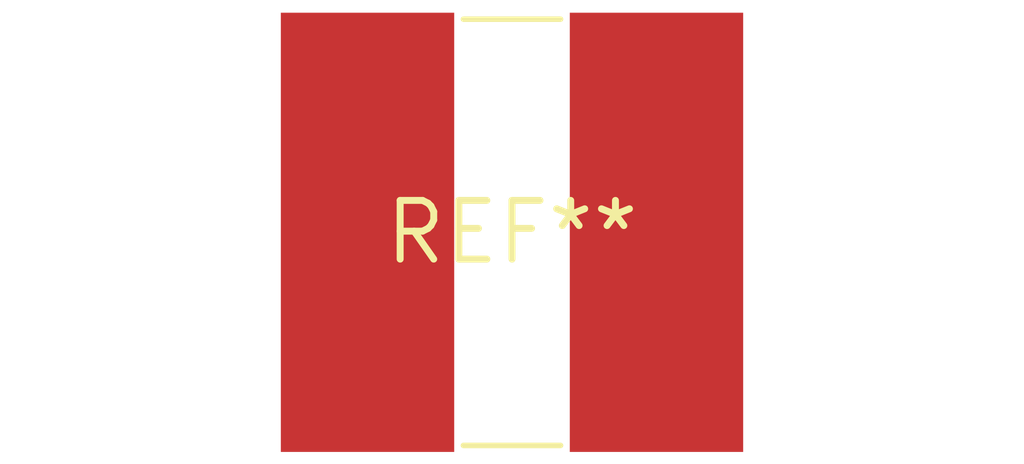
<source format=kicad_pcb>
(kicad_pcb (version 20240108) (generator pcbnew)
  (layers (0 "F.Cu" signal) (31 "B.Cu" signal) (34 "B.Paste" user) (35 "F.Paste" user) (36 "B.SilkS" user "B.Silkscreen") (37 "F.SilkS" user "F.Silkscreen") (38 "B.Mask" user) (39 "F.Mask" user) (44 "Edge.Cuts" user))
  (net 0 "")
  (footprint "L_Ferrocore_DLG-1004" (layer "F.Cu") (at 0 0)
    (property "Reference" "REF**")
    (property "Value" "L_Ferrocore_DLG-1004")
    (fp_line (start -1.05 -4.61) (end 1.05 -4.61) (layer "F.SilkS") (stroke (width 0.12)))
    (fp_line (start -1.05 4.61) (end 1.05 4.61) (layer "F.SilkS") (stroke (width 0.12)))
    (pad "1" smd rect (at -3.125 0) (size 3.75 9.5) (layers "F.Cu" "F.Paste" "F.Mask"))
    (pad "2" smd rect (at 3.125 0) (size 3.75 9.5) (layers "F.Cu" "F.Paste" "F.Mask"))
  )
)
</source>
